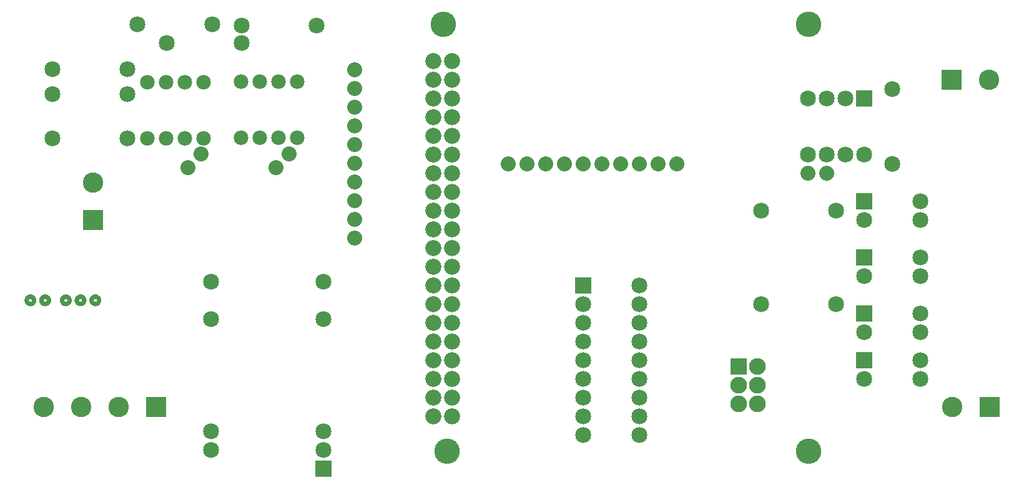
<source format=gts>
G04 MADE WITH FRITZING*
G04 WWW.FRITZING.ORG*
G04 DOUBLE SIDED*
G04 HOLES PLATED*
G04 CONTOUR ON CENTER OF CONTOUR VECTOR*
%ASAXBY*%
%FSLAX23Y23*%
%MOIN*%
%OFA0B0*%
%SFA1.0B1.0*%
%ADD10C,0.089370*%
%ADD11C,0.135984*%
%ADD12C,0.085000*%
%ADD13C,0.078000*%
%ADD14C,0.080000*%
%ADD15C,0.085361*%
%ADD16C,0.109055*%
%ADD17R,0.089370X0.089370*%
%ADD18R,0.085000X0.085000*%
%ADD19R,0.109055X0.109055*%
%ADD20R,0.001000X0.001000*%
%LNMASK1*%
G90*
G70*
G54D10*
X3976Y641D03*
X3976Y541D03*
X3976Y441D03*
X3876Y641D03*
X3876Y541D03*
X3876Y441D03*
G54D11*
X4250Y2470D03*
X2301Y2470D03*
X2321Y187D03*
X4250Y187D03*
G54D12*
X1661Y95D03*
X1661Y195D03*
X1061Y195D03*
X1661Y295D03*
X1061Y295D03*
X1661Y895D03*
X1061Y895D03*
X1661Y1095D03*
X1061Y1095D03*
X1624Y2465D03*
X1224Y2465D03*
X1224Y2371D03*
X824Y2371D03*
X213Y2229D03*
X613Y2229D03*
X614Y2096D03*
X214Y2096D03*
G54D13*
X1522Y2165D03*
X1422Y2165D03*
X1322Y2165D03*
X1222Y2165D03*
X1222Y1865D03*
X1322Y1865D03*
X1422Y1865D03*
X1522Y1865D03*
X1522Y2165D03*
X1422Y2165D03*
X1322Y2165D03*
X1222Y2165D03*
X1222Y1865D03*
X1322Y1865D03*
X1422Y1865D03*
X1522Y1865D03*
X1021Y2160D03*
X921Y2160D03*
X821Y2160D03*
X721Y2160D03*
X721Y1860D03*
X821Y1860D03*
X921Y1860D03*
X1021Y1860D03*
X1021Y2160D03*
X921Y2160D03*
X821Y2160D03*
X721Y2160D03*
X721Y1860D03*
X821Y1860D03*
X921Y1860D03*
X1021Y1860D03*
G54D12*
X1067Y2470D03*
X667Y2470D03*
X614Y1860D03*
X214Y1860D03*
G54D14*
X1409Y1705D03*
X1479Y1776D03*
X936Y1705D03*
X1007Y1776D03*
X1828Y1328D03*
X1828Y1428D03*
X1828Y1528D03*
X1828Y1628D03*
X1828Y1728D03*
X1828Y1828D03*
X1828Y1928D03*
X1828Y2028D03*
X1828Y2128D03*
X1828Y2228D03*
X3546Y1724D03*
X3446Y1724D03*
X3346Y1724D03*
X3246Y1724D03*
X3146Y1724D03*
X3046Y1724D03*
X2946Y1724D03*
X2846Y1724D03*
X2746Y1724D03*
X2646Y1724D03*
G54D12*
X4546Y2074D03*
X4546Y1774D03*
X4446Y2074D03*
X4446Y1774D03*
X4346Y2074D03*
X4346Y1774D03*
X4246Y2074D03*
X4246Y1774D03*
G54D14*
X4246Y1674D03*
X4346Y1674D03*
G54D15*
X2346Y374D03*
X2346Y474D03*
X2346Y574D03*
X2346Y674D03*
X2346Y774D03*
X2346Y874D03*
X2346Y974D03*
X2346Y1074D03*
X2346Y1174D03*
X2346Y1274D03*
X2346Y1374D03*
X2346Y1474D03*
X2346Y1574D03*
X2346Y1674D03*
X2346Y1774D03*
X2346Y1874D03*
X2346Y1974D03*
X2346Y2074D03*
X2346Y2174D03*
X2346Y2274D03*
X2246Y2274D03*
X2246Y2174D03*
X2246Y2074D03*
X2246Y1974D03*
X2246Y1874D03*
X2246Y1774D03*
X2246Y1674D03*
X2246Y1574D03*
X2246Y1474D03*
X2246Y1374D03*
X2246Y1274D03*
X2246Y1174D03*
X2246Y1074D03*
X2246Y974D03*
X2246Y874D03*
X2246Y774D03*
X2246Y674D03*
X2246Y574D03*
X2246Y474D03*
X2246Y374D03*
G54D16*
X5218Y423D03*
X5018Y423D03*
X769Y423D03*
X569Y423D03*
X369Y423D03*
X169Y423D03*
X431Y1424D03*
X431Y1624D03*
X5014Y2175D03*
X5214Y2175D03*
G54D12*
X4696Y2124D03*
X4696Y1724D03*
X4546Y674D03*
X4846Y674D03*
X4546Y574D03*
X4846Y574D03*
X4546Y1224D03*
X4846Y1224D03*
X4546Y1124D03*
X4846Y1124D03*
X4546Y1524D03*
X4846Y1524D03*
X4546Y1424D03*
X4846Y1424D03*
X4546Y924D03*
X4846Y924D03*
X4546Y824D03*
X4846Y824D03*
X3996Y974D03*
X4396Y974D03*
X3996Y1474D03*
X4396Y1474D03*
X3046Y1074D03*
X3046Y974D03*
X3046Y874D03*
X3046Y774D03*
X3046Y674D03*
X3046Y574D03*
X3046Y474D03*
X3046Y374D03*
X3046Y274D03*
X3346Y274D03*
X3346Y374D03*
X3346Y474D03*
X3346Y574D03*
X3346Y674D03*
X3346Y774D03*
X3346Y874D03*
X3346Y974D03*
X3346Y1074D03*
G54D17*
X3876Y641D03*
G54D18*
X1661Y95D03*
X4546Y2074D03*
G54D19*
X5218Y423D03*
X769Y423D03*
X431Y1424D03*
X5014Y2175D03*
G54D18*
X4546Y674D03*
X4546Y1224D03*
X4546Y1524D03*
X4546Y924D03*
X3046Y1074D03*
G54D20*
X91Y1025D02*
X103Y1025D01*
X169Y1025D02*
X182Y1025D01*
X280Y1025D02*
X292Y1025D01*
X358Y1025D02*
X371Y1025D01*
X437Y1025D02*
X449Y1025D01*
X87Y1024D02*
X106Y1024D01*
X166Y1024D02*
X185Y1024D01*
X276Y1024D02*
X295Y1024D01*
X355Y1024D02*
X374Y1024D01*
X434Y1024D02*
X453Y1024D01*
X85Y1023D02*
X109Y1023D01*
X163Y1023D02*
X188Y1023D01*
X274Y1023D02*
X298Y1023D01*
X352Y1023D02*
X377Y1023D01*
X431Y1023D02*
X455Y1023D01*
X82Y1022D02*
X111Y1022D01*
X161Y1022D02*
X190Y1022D01*
X271Y1022D02*
X300Y1022D01*
X350Y1022D02*
X379Y1022D01*
X429Y1022D02*
X457Y1022D01*
X81Y1021D02*
X113Y1021D01*
X159Y1021D02*
X192Y1021D01*
X270Y1021D02*
X302Y1021D01*
X348Y1021D02*
X380Y1021D01*
X427Y1021D02*
X459Y1021D01*
X79Y1020D02*
X114Y1020D01*
X158Y1020D02*
X193Y1020D01*
X268Y1020D02*
X303Y1020D01*
X347Y1020D02*
X382Y1020D01*
X426Y1020D02*
X461Y1020D01*
X78Y1019D02*
X116Y1019D01*
X156Y1019D02*
X195Y1019D01*
X267Y1019D02*
X305Y1019D01*
X345Y1019D02*
X383Y1019D01*
X424Y1019D02*
X462Y1019D01*
X76Y1018D02*
X117Y1018D01*
X155Y1018D02*
X196Y1018D01*
X265Y1018D02*
X306Y1018D01*
X344Y1018D02*
X385Y1018D01*
X423Y1018D02*
X464Y1018D01*
X75Y1017D02*
X118Y1017D01*
X154Y1017D02*
X197Y1017D01*
X264Y1017D02*
X307Y1017D01*
X343Y1017D02*
X386Y1017D01*
X422Y1017D02*
X465Y1017D01*
X74Y1016D02*
X119Y1016D01*
X153Y1016D02*
X198Y1016D01*
X263Y1016D02*
X308Y1016D01*
X342Y1016D02*
X387Y1016D01*
X421Y1016D02*
X466Y1016D01*
X73Y1015D02*
X120Y1015D01*
X152Y1015D02*
X199Y1015D01*
X262Y1015D02*
X309Y1015D01*
X341Y1015D02*
X388Y1015D01*
X420Y1015D02*
X467Y1015D01*
X73Y1014D02*
X121Y1014D01*
X151Y1014D02*
X200Y1014D01*
X261Y1014D02*
X310Y1014D01*
X340Y1014D02*
X389Y1014D01*
X419Y1014D02*
X467Y1014D01*
X72Y1013D02*
X122Y1013D01*
X151Y1013D02*
X200Y1013D01*
X261Y1013D02*
X311Y1013D01*
X340Y1013D02*
X389Y1013D01*
X418Y1013D02*
X468Y1013D01*
X71Y1012D02*
X122Y1012D01*
X150Y1012D02*
X201Y1012D01*
X260Y1012D02*
X311Y1012D01*
X339Y1012D02*
X390Y1012D01*
X418Y1012D02*
X469Y1012D01*
X70Y1011D02*
X123Y1011D01*
X149Y1011D02*
X202Y1011D01*
X259Y1011D02*
X312Y1011D01*
X338Y1011D02*
X391Y1011D01*
X417Y1011D02*
X469Y1011D01*
X70Y1010D02*
X124Y1010D01*
X149Y1010D02*
X202Y1010D01*
X259Y1010D02*
X313Y1010D01*
X338Y1010D02*
X391Y1010D01*
X416Y1010D02*
X470Y1010D01*
X69Y1009D02*
X124Y1009D01*
X148Y1009D02*
X203Y1009D01*
X258Y1009D02*
X313Y1009D01*
X337Y1009D02*
X392Y1009D01*
X416Y1009D02*
X471Y1009D01*
X69Y1008D02*
X125Y1008D01*
X148Y1008D02*
X203Y1008D01*
X258Y1008D02*
X314Y1008D01*
X336Y1008D02*
X392Y1008D01*
X415Y1008D02*
X471Y1008D01*
X68Y1007D02*
X125Y1007D01*
X147Y1007D02*
X204Y1007D01*
X257Y1007D02*
X314Y1007D01*
X336Y1007D02*
X393Y1007D01*
X415Y1007D02*
X472Y1007D01*
X68Y1006D02*
X126Y1006D01*
X147Y1006D02*
X204Y1006D01*
X257Y1006D02*
X315Y1006D01*
X336Y1006D02*
X393Y1006D01*
X414Y1006D02*
X472Y1006D01*
X67Y1005D02*
X126Y1005D01*
X146Y1005D02*
X205Y1005D01*
X256Y1005D02*
X315Y1005D01*
X335Y1005D02*
X394Y1005D01*
X414Y1005D02*
X472Y1005D01*
X67Y1004D02*
X126Y1004D01*
X146Y1004D02*
X205Y1004D01*
X256Y1004D02*
X315Y1004D01*
X335Y1004D02*
X394Y1004D01*
X414Y1004D02*
X473Y1004D01*
X67Y1003D02*
X127Y1003D01*
X146Y1003D02*
X205Y1003D01*
X256Y1003D02*
X316Y1003D01*
X334Y1003D02*
X394Y1003D01*
X413Y1003D02*
X473Y1003D01*
X67Y1002D02*
X127Y1002D01*
X145Y1002D02*
X206Y1002D01*
X255Y1002D02*
X316Y1002D01*
X334Y1002D02*
X395Y1002D01*
X413Y1002D02*
X473Y1002D01*
X66Y1001D02*
X93Y1001D01*
X101Y1001D02*
X127Y1001D01*
X145Y1001D02*
X171Y1001D01*
X180Y1001D02*
X206Y1001D01*
X255Y1001D02*
X282Y1001D01*
X290Y1001D02*
X316Y1001D01*
X334Y1001D02*
X360Y1001D01*
X369Y1001D02*
X395Y1001D01*
X413Y1001D02*
X439Y1001D01*
X448Y1001D02*
X474Y1001D01*
X66Y1000D02*
X91Y1000D01*
X102Y1000D02*
X127Y1000D01*
X145Y1000D02*
X170Y1000D01*
X181Y1000D02*
X206Y1000D01*
X255Y1000D02*
X280Y1000D01*
X291Y1000D02*
X316Y1000D01*
X334Y1000D02*
X359Y1000D01*
X370Y1000D02*
X395Y1000D01*
X412Y1000D02*
X438Y1000D01*
X449Y1000D02*
X474Y1000D01*
X66Y999D02*
X90Y999D01*
X103Y999D02*
X128Y999D01*
X145Y999D02*
X169Y999D01*
X182Y999D02*
X206Y999D01*
X255Y999D02*
X279Y999D01*
X292Y999D02*
X317Y999D01*
X334Y999D02*
X358Y999D01*
X371Y999D02*
X395Y999D01*
X412Y999D02*
X437Y999D01*
X450Y999D02*
X474Y999D01*
X66Y998D02*
X89Y998D01*
X104Y998D02*
X128Y998D01*
X144Y998D02*
X168Y998D01*
X183Y998D02*
X207Y998D01*
X255Y998D02*
X278Y998D01*
X293Y998D02*
X317Y998D01*
X333Y998D02*
X357Y998D01*
X372Y998D02*
X396Y998D01*
X412Y998D02*
X436Y998D01*
X451Y998D02*
X474Y998D01*
X66Y997D02*
X89Y997D01*
X105Y997D02*
X128Y997D01*
X144Y997D02*
X168Y997D01*
X184Y997D02*
X207Y997D01*
X254Y997D02*
X278Y997D01*
X294Y997D02*
X317Y997D01*
X333Y997D02*
X357Y997D01*
X372Y997D02*
X396Y997D01*
X412Y997D02*
X435Y997D01*
X451Y997D02*
X474Y997D01*
X65Y996D02*
X89Y996D01*
X105Y996D02*
X128Y996D01*
X144Y996D02*
X167Y996D01*
X184Y996D02*
X207Y996D01*
X254Y996D02*
X278Y996D01*
X294Y996D02*
X317Y996D01*
X333Y996D02*
X356Y996D01*
X373Y996D02*
X396Y996D01*
X412Y996D02*
X435Y996D01*
X452Y996D02*
X474Y996D01*
X65Y995D02*
X88Y995D01*
X105Y995D02*
X128Y995D01*
X144Y995D02*
X167Y995D01*
X184Y995D02*
X207Y995D01*
X254Y995D02*
X277Y995D01*
X294Y995D02*
X317Y995D01*
X333Y995D02*
X356Y995D01*
X373Y995D02*
X396Y995D01*
X412Y995D02*
X435Y995D01*
X452Y995D02*
X475Y995D01*
X65Y994D02*
X88Y994D01*
X105Y994D02*
X128Y994D01*
X144Y994D02*
X167Y994D01*
X184Y994D02*
X207Y994D01*
X254Y994D02*
X277Y994D01*
X294Y994D02*
X317Y994D01*
X333Y994D02*
X356Y994D01*
X373Y994D02*
X396Y994D01*
X412Y994D02*
X435Y994D01*
X452Y994D02*
X475Y994D01*
X65Y993D02*
X88Y993D01*
X105Y993D02*
X128Y993D01*
X144Y993D02*
X167Y993D01*
X184Y993D02*
X207Y993D01*
X254Y993D02*
X277Y993D01*
X294Y993D02*
X317Y993D01*
X333Y993D02*
X356Y993D01*
X373Y993D02*
X396Y993D01*
X412Y993D02*
X435Y993D01*
X452Y993D02*
X475Y993D01*
X65Y992D02*
X88Y992D01*
X105Y992D02*
X128Y992D01*
X144Y992D02*
X167Y992D01*
X184Y992D02*
X207Y992D01*
X254Y992D02*
X277Y992D01*
X294Y992D02*
X317Y992D01*
X333Y992D02*
X356Y992D01*
X373Y992D02*
X396Y992D01*
X412Y992D02*
X435Y992D01*
X452Y992D02*
X475Y992D01*
X65Y991D02*
X89Y991D01*
X105Y991D02*
X128Y991D01*
X144Y991D02*
X167Y991D01*
X184Y991D02*
X207Y991D01*
X254Y991D02*
X278Y991D01*
X294Y991D02*
X317Y991D01*
X333Y991D02*
X356Y991D01*
X373Y991D02*
X396Y991D01*
X412Y991D02*
X435Y991D01*
X451Y991D02*
X474Y991D01*
X66Y990D02*
X89Y990D01*
X104Y990D02*
X128Y990D01*
X144Y990D02*
X168Y990D01*
X183Y990D02*
X207Y990D01*
X255Y990D02*
X278Y990D01*
X293Y990D02*
X317Y990D01*
X333Y990D02*
X357Y990D01*
X372Y990D02*
X396Y990D01*
X412Y990D02*
X436Y990D01*
X451Y990D02*
X474Y990D01*
X66Y989D02*
X90Y989D01*
X104Y989D02*
X128Y989D01*
X145Y989D02*
X169Y989D01*
X183Y989D02*
X206Y989D01*
X255Y989D02*
X279Y989D01*
X293Y989D02*
X317Y989D01*
X333Y989D02*
X358Y989D01*
X372Y989D02*
X395Y989D01*
X412Y989D02*
X436Y989D01*
X450Y989D02*
X474Y989D01*
X66Y988D02*
X91Y988D01*
X103Y988D02*
X128Y988D01*
X145Y988D02*
X170Y988D01*
X182Y988D02*
X206Y988D01*
X255Y988D02*
X280Y988D01*
X292Y988D02*
X317Y988D01*
X334Y988D02*
X358Y988D01*
X371Y988D02*
X395Y988D01*
X412Y988D02*
X437Y988D01*
X449Y988D02*
X474Y988D01*
X66Y987D02*
X92Y987D01*
X102Y987D02*
X127Y987D01*
X145Y987D02*
X171Y987D01*
X180Y987D02*
X206Y987D01*
X255Y987D02*
X281Y987D01*
X291Y987D02*
X316Y987D01*
X334Y987D02*
X360Y987D01*
X369Y987D02*
X395Y987D01*
X413Y987D02*
X438Y987D01*
X448Y987D02*
X474Y987D01*
X66Y986D02*
X94Y986D01*
X100Y986D02*
X127Y986D01*
X145Y986D02*
X173Y986D01*
X178Y986D02*
X206Y986D01*
X255Y986D02*
X283Y986D01*
X289Y986D02*
X316Y986D01*
X334Y986D02*
X362Y986D01*
X367Y986D02*
X395Y986D01*
X413Y986D02*
X440Y986D01*
X446Y986D02*
X474Y986D01*
X67Y985D02*
X127Y985D01*
X145Y985D02*
X206Y985D01*
X256Y985D02*
X316Y985D01*
X334Y985D02*
X394Y985D01*
X413Y985D02*
X473Y985D01*
X67Y984D02*
X126Y984D01*
X146Y984D02*
X205Y984D01*
X256Y984D02*
X315Y984D01*
X335Y984D02*
X394Y984D01*
X413Y984D02*
X473Y984D01*
X67Y983D02*
X126Y983D01*
X146Y983D02*
X205Y983D01*
X256Y983D02*
X315Y983D01*
X335Y983D02*
X394Y983D01*
X414Y983D02*
X473Y983D01*
X68Y982D02*
X126Y982D01*
X146Y982D02*
X204Y982D01*
X257Y982D02*
X315Y982D01*
X335Y982D02*
X393Y982D01*
X414Y982D02*
X472Y982D01*
X68Y981D02*
X125Y981D01*
X147Y981D02*
X204Y981D01*
X257Y981D02*
X314Y981D01*
X336Y981D02*
X393Y981D01*
X415Y981D02*
X472Y981D01*
X69Y980D02*
X125Y980D01*
X147Y980D02*
X204Y980D01*
X258Y980D02*
X314Y980D01*
X336Y980D02*
X393Y980D01*
X415Y980D02*
X471Y980D01*
X69Y979D02*
X124Y979D01*
X148Y979D02*
X203Y979D01*
X258Y979D02*
X313Y979D01*
X337Y979D02*
X392Y979D01*
X416Y979D02*
X471Y979D01*
X70Y978D02*
X124Y978D01*
X148Y978D02*
X203Y978D01*
X259Y978D02*
X313Y978D01*
X337Y978D02*
X392Y978D01*
X416Y978D02*
X470Y978D01*
X70Y977D02*
X123Y977D01*
X149Y977D02*
X202Y977D01*
X259Y977D02*
X312Y977D01*
X338Y977D02*
X391Y977D01*
X417Y977D02*
X470Y977D01*
X71Y976D02*
X123Y976D01*
X150Y976D02*
X201Y976D01*
X260Y976D02*
X312Y976D01*
X339Y976D02*
X390Y976D01*
X417Y976D02*
X469Y976D01*
X72Y975D02*
X122Y975D01*
X150Y975D02*
X201Y975D01*
X261Y975D02*
X311Y975D01*
X339Y975D02*
X390Y975D01*
X418Y975D02*
X468Y975D01*
X72Y974D02*
X121Y974D01*
X151Y974D02*
X200Y974D01*
X261Y974D02*
X310Y974D01*
X340Y974D02*
X389Y974D01*
X419Y974D02*
X468Y974D01*
X73Y973D02*
X120Y973D01*
X152Y973D02*
X199Y973D01*
X262Y973D02*
X309Y973D01*
X341Y973D02*
X388Y973D01*
X420Y973D02*
X467Y973D01*
X74Y972D02*
X119Y972D01*
X153Y972D02*
X198Y972D01*
X263Y972D02*
X308Y972D01*
X342Y972D02*
X387Y972D01*
X420Y972D02*
X466Y972D01*
X75Y971D02*
X118Y971D01*
X154Y971D02*
X197Y971D01*
X264Y971D02*
X307Y971D01*
X343Y971D02*
X386Y971D01*
X421Y971D02*
X465Y971D01*
X76Y970D02*
X117Y970D01*
X155Y970D02*
X196Y970D01*
X265Y970D02*
X306Y970D01*
X344Y970D02*
X385Y970D01*
X423Y970D02*
X464Y970D01*
X77Y969D02*
X116Y969D01*
X156Y969D02*
X195Y969D01*
X266Y969D02*
X305Y969D01*
X345Y969D02*
X384Y969D01*
X424Y969D02*
X463Y969D01*
X79Y968D02*
X115Y968D01*
X157Y968D02*
X194Y968D01*
X268Y968D02*
X304Y968D01*
X346Y968D02*
X383Y968D01*
X425Y968D02*
X461Y968D01*
X80Y967D02*
X113Y967D01*
X159Y967D02*
X192Y967D01*
X269Y967D02*
X302Y967D01*
X348Y967D02*
X381Y967D01*
X427Y967D02*
X460Y967D01*
X82Y966D02*
X112Y966D01*
X161Y966D02*
X190Y966D01*
X271Y966D02*
X301Y966D01*
X350Y966D02*
X379Y966D01*
X428Y966D02*
X458Y966D01*
X84Y965D02*
X109Y965D01*
X163Y965D02*
X188Y965D01*
X273Y965D02*
X298Y965D01*
X352Y965D02*
X377Y965D01*
X430Y965D02*
X456Y965D01*
X86Y964D02*
X107Y964D01*
X165Y964D02*
X186Y964D01*
X275Y964D02*
X296Y964D01*
X354Y964D02*
X375Y964D01*
X433Y964D02*
X453Y964D01*
X90Y963D02*
X104Y963D01*
X168Y963D02*
X183Y963D01*
X279Y963D02*
X293Y963D01*
X357Y963D02*
X372Y963D01*
X436Y963D02*
X450Y963D01*
X96Y962D02*
X97Y962D01*
X175Y962D02*
X176Y962D01*
X285Y962D02*
X286Y962D01*
X364Y962D02*
X365Y962D01*
X443Y962D02*
X444Y962D01*
D02*
G04 End of Mask1*
M02*
</source>
